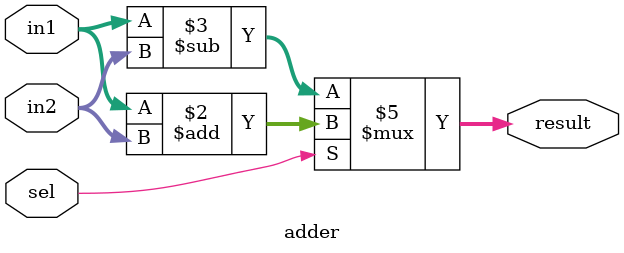
<source format=v>

module adder #(parameter INTEGER_BITS=2, FRACTION_BITS=6, EXTEND=8)
(
    input  wire signed [INTEGER_BITS+FRACTION_BITS+EXTEND-1:0] in1,
    input  wire signed [INTEGER_BITS+FRACTION_BITS+EXTEND-1:0] in2,
    input  wire sel,                                                 // sel=0 (subtraction) sel=1 (addition)
    output reg signed [INTEGER_BITS+FRACTION_BITS+EXTEND-1:0] result 
);


always @(*)
begin
    if(sel)
        result = in1 + in2;
    else
        result = in1 - in2;        
end

endmodule

</source>
